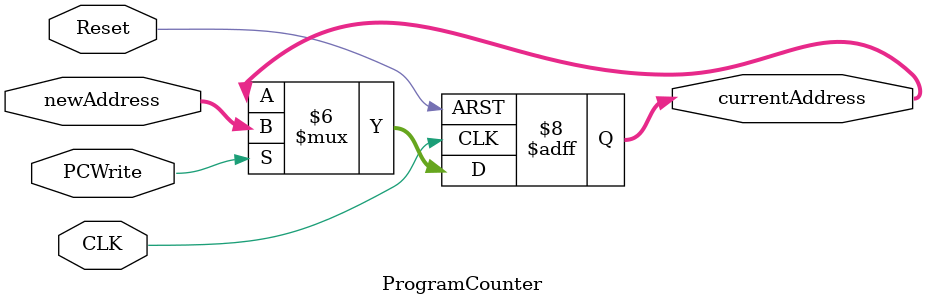
<source format=v>
`timescale 1ns / 1ps
module ProgramCounter(
    input CLK,
    input Reset,
    input PCWrite,
    input [32:1] newAddress,
    output reg[32:1] currentAddress
    );

    initial begin
        currentAddress <= 0;
    end

    always @(posedge CLK or posedge Reset)
        begin
            if(Reset==1)currentAddress <= 1;
            else begin
                if(PCWrite==0)    currentAddress <= currentAddress;
                else begin 
                    currentAddress <= newAddress;
                end
            end
        end

endmodule

</source>
